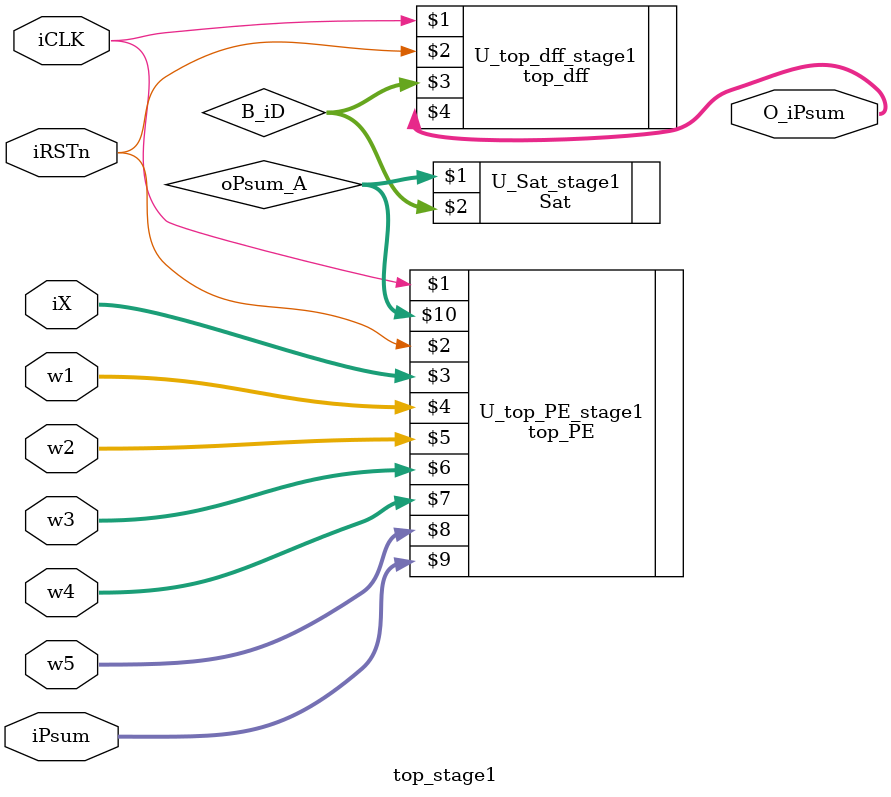
<source format=v>
module top_stage1
	(input iCLK,iRSTn,
	input signed [31:0] iX,w1,w2,w3,w4,w5,
	input signed [31:0] iPsum,
	output signed [31:0] O_iPsum);

	wire signed [31:0] oPsum_A;
	wire signed [31:0] B_iD;

	top_PE	U_top_PE_stage1		(iCLK,iRSTn,iX,w1,w2,w3,w4,w5,iPsum,oPsum_A);
	Sat		U_Sat_stage1		(oPsum_A,B_iD);
	top_dff U_top_dff_stage1	(iCLK,iRSTn,B_iD,O_iPsum);

endmodule


</source>
